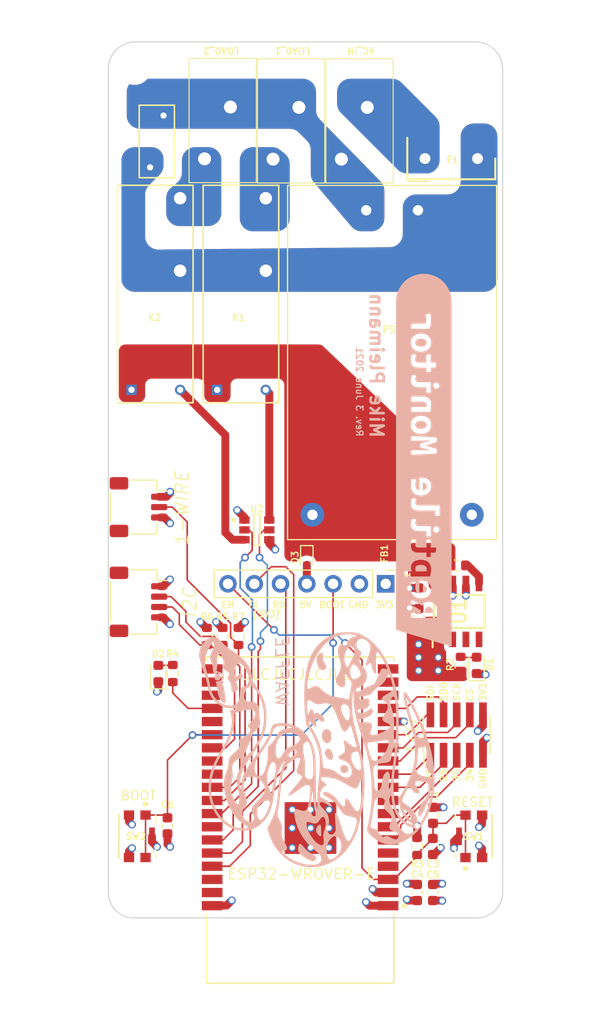
<source format=kicad_pcb>
(kicad_pcb (version 20210424) (generator pcbnew)
  (title_block (rev "1"))
  (layers (0 "F.Cu" signal "Front") (1 "In1.Cu" power "GND.Cu") (2 "In2.Cu" power "PWR.Cu") (31 "B.Cu" signal "Back") (34 "B.Paste" user) (35 "F.Paste" user) (36 "B.SilkS" user "B.Silkscreen") (37 "F.SilkS" user "F.Silkscreen") (38 "B.Mask" user) (39 "F.Mask" user) (44 "Edge.Cuts" user))
  (net 0 "")
  (net 1 "GND")
  (net 2 "/EN")
  (net 3 "Net-(D2-Pad2)")
  (net 4 "+3V3")
  (net 5 "+5V")
  (net 6 "Net-(D1-Pad2)")
  (net 7 "/AC_N")
  (net 8 "/AC_L")
  (net 9 "Net-(C1-Pad1)")
  (net 10 "/FUSED_AC_L")
  (net 11 "RXD0")
  (net 12 "TXD0")
  (net 13 "/RLY1")
  (net 14 "/RLY2")
  (net 15 "Net-(D3-Pad2)")
  (net 16 "/LOAD1")
  (net 17 "/LOAD2")
  (net 18 "1-WIRE")
  (net 19 "SDA")
  (net 20 "/PWR_EN")
  (net 21 "SCK")
  (net 22 "SDO")
  (net 23 "SDI")
  (net 24 "CS0")
  (net 25 "SCL")
  (net 26 "IO25")
  (net 27 "IO26")
  (net 28 "BOOT")
  (net 29 "L1")
  (net 30 "L2")
  (net 31 "IO35")
  (net 32 "/LED")
  (net 33 "IO34")
  (footprint "LED_SMD:LED_0603_1608Metric" (layer "F.Cu") (at 137.17875 110.998 90)
    (fp_text reference "D1")
    (fp_text value "RED")
  )
  (footprint "Resistor_SMD:R_0603_1608Metric" (layer "F.Cu") (at 112.649 108.204 -90)
    (fp_text reference "R5")
    (fp_text value "10k")
  )
  (footprint "MountingHole:MountingHole_2.2mm_M2_ISO7380" (layer "F.Cu") (at 137.16 53.34)
    (fp_text reference "REF1" hide)
    (fp_text value "MountingHole_2.2mm_M2_ISO7380")
  )
  (footprint "LED_SMD:LED_0603_1608Metric" (layer "F.Cu") (at 106.426 111.7855 90)
    (fp_text reference "D2")
    (fp_text value "BLUE")
  )
  (footprint "Capacitor_SMD:C_0603_1608Metric" (layer "F.Cu") (at 132.969 125.476 90)
    (fp_text reference "C7")
    (fp_text value "100n")
  )
  (footprint "Resistor_SMD:R_0603_1608Metric" (layer "F.Cu") (at 111.125 108.204 -90)
    (fp_text reference "R6")
    (fp_text value "10k")
  )
  (footprint "reptile-monitor:Espressif_Systems-ESP32-WROVER-0-0-MFG" (layer "F.Cu") (at 120.130988 125.944 180)
    (fp_text reference "MD1" hide)
    (fp_text value "ESP32-WROVER-E")
  )
  (footprint "Inductor_SMD:L_0603_1608Metric_Pad1.05x0.95mm_HandSolder" (layer "F.Cu") (at 130.429 100.203)
    (fp_text reference "FB1")
    (fp_text value "360 m")
  )
  (footprint "Connector_JST:JST_SH_SM03B-SRSS-TB_1x03-1MP_P1.00mm_Horizontal" (layer "F.Cu") (at 104.506 95.718 -90)
    (fp_text reference "J1" hide)
    (fp_text value "1-WIRE")
  )
  (footprint "Resistor_SMD:R_0603_1608Metric" (layer "F.Cu") (at 135.636 110.998 90)
    (fp_text reference "R2")
    (fp_text value "10k")
  )
  (footprint "Capacitor_SMD:C_0603_1608Metric" (layer "F.Cu") (at 132.954 128.484 -90)
    (fp_text reference "C3")
    (fp_text value "100n")
  )
  (footprint "Diode_SMD:D_SOD-523" (layer "F.Cu") (at 120.777 100.584 -90)
    (fp_text reference "D3")
    (fp_text value "Schottky")
  )
  (footprint "Capacitor_SMD:C_0603_1608Metric" (layer "F.Cu") (at 131.571989 102.742995 -90)
    (fp_text reference "C1")
    (fp_text value "1u")
  )
  (footprint "Capacitor_SMD:C_0603_1608Metric" (layer "F.Cu") (at 132.954 132.929 -90)
    (fp_text reference "C5")
    (fp_text value "100n")
  )
  (footprint "Converter_ACDC:Converter_ACDC_HiLink_HLK-PMxx" (layer "F.Cu") (at 131.516995 67.058494 -90)
    (fp_text reference "PS1")
    (fp_text value "HLK-PM01")
  )
  (footprint "Resistor_SMD:R_0603_1608Metric" (layer "F.Cu") (at 107.823 111.7855 -90)
    (fp_text reference "R4")
    (fp_text value "10k")
  )
  (footprint "Connector_PinHeader_1.27mm:PinHeader_2x05_P1.27mm_Vertical_SMD" (layer "F.Cu") (at 135.255 117.729 90)
    (fp_text reference "J6" hide)
    (fp_text value "I/O")
  )
  (footprint "SamacSys_Parts:128340212" (layer "F.Cu") (at 120.012014 57.12 180)
    (fp_text reference "J4" hide)
    (fp_text value "LOAD_1")
  )
  (footprint "MountingHole:MountingHole_2.2mm_M2_ISO7380" (layer "F.Cu") (at 104.14 132.842)
    (fp_text reference "REF1" hide)
    (fp_text value "MountingHole_2.2mm_M2_ISO7380")
  )
  (footprint "MountingHole:MountingHole_2.2mm_M2_ISO7380" (layer "F.Cu") (at 104.14 53.34)
    (fp_text reference "REF1" hide)
    (fp_text value "MountingHole_2.2mm_M2_ISO7380")
  )
  (footprint "reptile-monitor:CK-KMR221GLFS-MFG" (layer "F.Cu") (at 104.394 127.502006 -90)
    (fp_text reference "SW2")
    (fp_text value "BOOT")
  )
  (footprint "MountingHole:MountingHole_2.2mm_M2_ISO7380" (layer "F.Cu") (at 137.16 132.842)
    (fp_text reference "REF1" hide)
    (fp_text value "MountingHole_2.2mm_M2_ISO7380")
  )
  (footprint "Resistor_SMD:R_0603_1608Metric" (layer "F.Cu") (at 131.43 128.484 90)
    (fp_text reference "R3")
    (fp_text value "10k")
  )
  (footprint "reptile-monitor:CK-KMR221GLFS-MFG" (layer "F.Cu") (at 136.906 127.508 90)
    (fp_text reference "SW1")
    (fp_text value "RESET")
  )
  (footprint "Resistor_SMD:R_0603_1608Metric" (layer "F.Cu") (at 135.255 101.346 180)
    (fp_text reference "R1")
    (fp_text value "10k")
  )
  (footprint "reptile-monitor:Panasonic-ALDP105W-Manufacturer_Recommended" (layer "F.Cu") (at 112.112 84.393999 90)
    (fp_text reference "K1")
    (fp_text value "ALDP105W" hide)
  )
  (footprint "Capacitor_SMD:C_0603_1608Metric" (layer "F.Cu") (at 131.572 106.299 -90)
    (fp_text reference "C2")
    (fp_text value "1u")
  )
  (footprint "SamacSys_Parts:TO508P400X850X850-2P" (layer "F.Cu") (at 137.272 62.063 180)
    (fp_text reference "F1")
    (fp_text value "39208000440" hide)
  )
  (footprint "reptile-monitor:ON_Semi-318F-0-0-0" (layer "F.Cu") (at 115.951 97.917)
    (fp_text reference "U2")
    (fp_text value "NUD3105DMT1G" hide)
  )
  (footprint "Resistor_SMD:R_0603_1608Metric" (layer "F.Cu") (at 114.173 108.204 -90)
    (fp_text reference "R7")
    (fp_text value "10k")
  )
  (footprint "SamacSys_Parts:SOIC127P600X170-8N" (layer "F.Cu") (at 135.509 105.791 90)
    (fp_text reference "U1")
    (fp_text value "AP2112M-3.3" hide)
  )
  (footprint "Varistor:RV_Disc_D7mm_W3.4mm_P5mm" (layer "F.Cu") (at 106.934 57.912 -90)
    (fp_text reference "RV1" hide)
    (fp_text value "Varistor")
  )
  (footprint "SamacSys_Parts:128340212" (layer "F.Cu") (at 126.616014 57.12 180)
    (fp_text reference "J3" hide)
    (fp_text value "AC_IN")
  )
  (footprint "reptile-monitor:Panasonic-ALDP105W-Manufacturer_Recommended" (layer "F.Cu") (at 103.837 84.393999 90)
    (fp_text reference "K2")
    (fp_text value "ALDP105W" hide)
  )
  (footprint "Connector_PinHeader_2.54mm:PinHeader_1x07_P2.54mm_Vertical" (layer "F.Cu") (at 128.397 103.124 -90)
    (fp_text reference "J2" hide)
    (fp_text value "UART")
  )
  (footprint "Capacitor_SMD:C_0603_1608Metric" (layer "F.Cu") (at 107.315 126.492 -90)
    (fp_text reference "C6")
    (fp_text value "100n")
  )
  (footprint "Connector_JST:JST_SH_SM04B-SRSS-TB_1x04-1MP_P1.00mm_Horizontal" (layer "F.Cu") (at 104.506 104.862 -90)
    (fp_text reference "J8" hide)
    (fp_text value "I2C")
  )
  (footprint "Capacitor_SMD:C_0603_1608Metric" (layer "F.Cu") (at 131.43 132.929 -90)
    (fp_text reference "C4")
    (fp_text value "22u")
  )
  (footprint "SamacSys_Parts:128340212" (layer "F.Cu") (at 113.396 57.090003 180)
    (fp_text reference "J5" hide)
    (fp_text value "LOAD_2")
  )
  (footprint "LOGO" (layer "B.Cu") (at 121.666 118.999 90)
    (fp_text reference "WAFFLE")
    (fp_text value "LOGO" hide)
  )
  (footprint "svg2mod" (layer "B.Cu") (at 132.08 91.186 90)
    (fp_text reference "svg2mod" hide)
    (fp_text value "G***" hide)
  )
  (gr_arc locked (start 137.217422 132.899422) (end 139.7 132.842) (angle 92.6500289) (layer "Edge.Cuts") (width 0.1))
  (gr_arc locked (start 104.212466 53.411506) (end 104.14 50.8) (angle -88.75021809) (layer "Edge.Cuts") (width 0.1016))
  (gr_line locked (start 139.7 132.842) (end 139.7 53.426995) (layer "Edge.Cuts") (width 0.1))
  (gr_line locked (start 137.144989 50.8) (end 104.14 50.8) (layer "Edge.Cuts") (width 0.1016))
  (gr_arc locked (start 137.055775 53.442766) (end 137.144989 50.8) (angle 87.7248278) (layer "Edge.Cuts") (width 0.1016))
  (gr_line locked (start 104.136 135.382) (end 137.16 135.382) (layer "Edge.Cuts") (width 0.1))
  (gr_line locked (start 101.6 132.842) (end 101.6 53.426995) (layer "Edge.Cuts") (width 0.1016))
  (gr_arc locked (start 104.05789 132.923983) (end 104.136 135.382) (angle 93.73050694) (layer "Edge.Cuts") (width 0.1))
  (gr_text "Mike Pleimann" (at 127.508 82.042 270) (layer "B.SilkS") (effects (font (size 1.27 1.27) (thickness 0.254)) (justify mirror)))
  (gr_text "Rev. 3 June 2021" (at 125.857 84.582 270) (layer "B.SilkS") (effects (font (size 0.635 0.635) (thickness 0.127)) (justify mirror)))
  (gr_text "[3V3]" (at 116.84 106.045) (layer "F.SilkS") (effects (font (size 0.635 0.635) (thickness 0.127) italic)))
  (gr_text "GND\n" (at 125.73 105.156) (layer "F.SilkS") (effects (font (size 0.635 0.635) (thickness 0.127))))
  (gr_text "35" (at 135.255 120.904 90) (layer "F.SilkS") (effects (font (size 0.635 0.635) (thickness 0.127)) (justify right)))
  (gr_text "SDI" (at 132.715 114.554 90) (layer "F.SilkS") (effects (font (size 0.635 0.635) (thickness 0.127)) (justify left)))
  (gr_text "BOOT" (at 123.19 105.156) (layer "F.SilkS") (effects (font (size 0.635 0.635) (thickness 0.127))))
  (gr_text "34" (at 136.525 120.904 90) (layer "F.SilkS") (effects (font (size 0.635 0.635) (thickness 0.127)) (justify right)))
  (gr_text "5V" (at 120.65 105.156) (layer "F.SilkS") (effects (font (size 0.635 0.635) (thickness 0.127))))
  (gr_text "RX" (at 118.11 105.156) (layer "F.SilkS") (effects (font (size 0.635 0.635) (thickness 0.127))))
  (gr_text "JLCJLCJLCJLC" (at 119.888 111.887) (layer "F.SilkS") (effects (font (size 1.016 1.016) (thickness 0.127))))
  (gr_text "SDO" (at 133.985 114.554 90) (layer "F.SilkS") (effects (font (size 0.635 0.635) (thickness 0.127)) (justify left)))
  (gr_text "CS" (at 136.525 114.554 90) (layer "F.SilkS") (effects (font (size 0.635 0.635) (thickness 0.127)) (justify left)))
  (gr_text "EN" (at 113.157 105.156) (layer "F.SilkS") (effects (font (size 0.635 0.635) (thickness 0.127))))
  (gr_text "3V3" (at 128.27 105.156) (layer "F.SilkS") (effects (font (size 0.635 0.635) (thickness 0.127))))
  (gr_text "25" (at 133.985 120.904 90) (layer "F.SilkS") (effects (font (size 0.635 0.635) (thickness 0.127)) (justify right)))
  (gr_text "TX" (at 115.57 105.156) (layer "F.SilkS") (effects (font (size 0.635 0.635) (thickness 0.127))))
  (gr_text "SCK" (at 135.255 114.554 90) (layer "F.SilkS") (effects (font (size 0.635 0.635) (thickness 0.127)) (justify left)))
  (gr_text "3V3" (at 137.795 114.554 90) (layer "F.SilkS") (effects (font (size 0.635 0.635) (thickness 0.127)) (justify left)))
  (gr_text "26" (at 132.715 120.904 90) (layer "F.SilkS") (effects (font (size 0.635 0.635) (thickness 0.127)) (justify right)))
  (gr_text "GND" (at 137.795 120.904 90) (layer "F.SilkS") (effects (font (size 0.635 0.635) (thickness 0.127)) (justify right)))
  (segment (start 130.698 105.45) (end 130.772 105.524) (width 0.762) (layer "F.Cu") (net 1))
  (segment (start 130.529 133.704) (end 131.43 133.704) (width 0.762) (layer "F.Cu") (net 1))
  (segment (start 130.772 105.524) (end 131.572 105.524) (width 0.762) (layer "F.Cu") (net 1))
  (segment (start 117.151 98.867) (end 117.151 99.244) (width 0.762) (layer "F.Cu") (net 1))
  (segment (start 113.029 134.185) (end 111.513 134.185) (width 0.762) (layer "F.Cu") (net 1))
  (segment (start 113.523 133.691) (end 113.029 134.185) (width 0.762) (layer "F.Cu") (net 1))
  (segment (start 130.725005 103.517995) (end 131.571989 103.517995) (width 0.762) (layer "F.Cu") (net 1))
  (segment (start 137.414 126.619) (end 137.706 126.327) (width 0.762) (layer "F.Cu") (net 1))
  (segment (start 106.426 113.411) (end 106.299 113.538) (width 0.762) (layer "F.Cu") (net 1))
  (segment (start 114.751 96.717) (end 114.046 96.012) (width 0.762) (layer "F.Cu") (net 1))
  (segment (start 130.16 116.419) (end 130.033 116.419) (width 0.762) (layer "F.Cu") (net 1))
  (segment (start 114.751 96.967) (end 114.751 96.717) (width 0.762) (layer "F.Cu") (net 1))
  (segment (start 130.429 133.604) (end 130.529 133.704) (width 0.762) (layer "F.Cu") (net 1))
  (segment (start 107.569 94.234) (end 107.569 94.361) (width 0.762) (layer "F.Cu") (net 1))
  (segment (start 107.212 94.718) (end 106.506 94.718) (width 0.762) (layer "F.Cu") (net 1))
  (segment (start 107.315 128.27) (end 107.569 128.524) (width 0.762) (layer "F.Cu") (net 1))
  (segment (start 130.698 103.545) (end 130.725005 103.517995) (width 0.762) (layer "F.Cu") (net 1))
  (segment (start 103.594 129.552005) (end 103.594 128.943) (width 0.762) (layer "F.Cu") (net 1))
  (segment (start 103.594 125.452007) (end 103.594 126.073) (width 0.762) (layer "F.Cu") (net 1))
  (segment (start 133.858 133.731) (end 133.831 133.704) (width 0.762) (layer "F.Cu") (net 1))
  (segment (start 135.001 128.651) (end 135.001 127.988) (width 0.762) (layer "F.Cu") (net 1))
  (segment (start 133.985 124.714) (end 133.972 124.701) (width 0.762) (layer "F.Cu") (net 1))
  (segment (start 105.819 128.044) (end 106.299 128.524) (width 0.762) (layer "F.Cu") (net 1))
  (segment (start 133.068 129.259) (end 133.716 128.611) (width 0.762) (layer "F.Cu") (net 1))
  (segment (start 137.795 118.364) (end 138.176 117.983) (width 0.762) (layer "F.Cu") (net 1))
  (segment (start 134.874 104.267) (end 134.874 103.357) (width 0.762) (layer "F.Cu") (net 1))
  (segment (start 106.426 112.573) (end 106.426 113.411) (width 0.762) (layer "F.Cu") (net 1))
  (segment (start 130.028 116.424) (end 128.630988 116.424) (width 0.762) (layer "F.Cu") (net 1))
  (segment (start 138.0105 111.8485) (end 137.17875 111.8485) (width 0.762) (layer "F.Cu") (net 1))
  (segment (start 132.954 129.259) (end 133.068 129.259) (width 0.762) (layer "F.Cu") (net 1))
  (segment (start 126.492 133.858) (end 126.838 134.204) (width 0.762) (layer "F.Cu") (net 1))
  (segment (start 133.972 124.701) (end 132.969 124.701) (width 0.762) (layer "F.Cu") (net 1))
  (segment (start 136.144 104.267) (end 136.144 103.357) (width 0.762) (layer "F.Cu") (net 1))
  (segment (start 126.838 134.204) (end 128.630988 134.204) (width 0.762) (layer "F.Cu") (net 1))
  (segment (start 137.706 126.327) (end 137.706 125.458001) (width 0.762) (layer "F.Cu") (net 1))
  (segment (start 137.706 128.689) (end 137.706 129.557999) (width 0.762) (layer "F.Cu") (net 1))
  (segment (start 106.895 106.362) (end 106.633 106.362) (width 0.762) (layer "F.Cu") (net 1))
  (segment (start 135.001 127.988) (end 135.481 127.508) (width 0.762) (layer "F.Cu") (net 1))
  (segment (start 137.795 119.552) (end 137.795 118.364) (width 0.762) (layer "F.Cu") (net 1))
  (segment (start 107.554 107.021) (end 106.895 106.362) (width 0.762) (layer "F.Cu") (net 1))
  (segment (start 103.594 128.943) (end 103.886 128.651) (width 0.762) (layer "F.Cu") (net 1))
  (segment (start 103.594 126.073) (end 103.886 126.365) (width 0.762) (layer "F.Cu") (net 1))
  (segment (start 138.049 111.887) (end 138.0105 111.8485) (width 0.762) (layer "F.Cu") (net 1))
  (segment (start 133.831 133.704) (end 132.954 133.704) (width 0.762) (layer "F.Cu") (net 1))
  (segment (start 130.033 116.419) (end 130.028 116.424) (width 0.762) (layer "F.Cu") (net 1))
  (segment (start 137.414 128.397) (end 137.706 128.689) (width 0.762) (layer "F.Cu") (net 1))
  (segment (start 107.315 127.267) (end 107.315 128.27) (width 0.762) (layer "F.Cu") (net 1))
  (segment (start 105.819 127.502006) (end 105.819 128.044) (width 0.762) (layer "F.Cu") (net 1))
  (segment (start 107.569 94.361) (end 107.212 94.718) (width 0.762) (layer "F.Cu") (net 1))
  (segment (start 117.151 99.244) (end 117.729 99.822) (width 0.762) (layer "F.Cu") (net 1))
  (via (at 106.299 113.538) (size 0.762) (drill 0.508) (layers "F.Cu" "B.Cu") (net 1))
  (via (at 137.414 126.619) (size 0.762) (drill 0.508) (layers "F.Cu" "B.Cu") (net 1))
  (via (at 130.429 133.604) (size 0.762) (drill 0.508) (layers "F.Cu" "B.Cu") (net 1))
  (via (at 122.921 126.706) (size 0.762) (drill 0.508) (layers "F.Cu" "B.Cu") (net 1))
  (via (at 114.046 96.012) (size 0.762) (drill 0.508) (layers "F.Cu" "B.Cu") (net 1))
  (via (at 133.985 124.714) (size 0.762) (drill 0.508) (layers "F.Cu" "B.Cu") (net 1))
  (via (at 107.554 107.021) (size 0.762) (drill 0.508) (layers "F.Cu" "B.Cu") (net 1))
  (via (at 113.523 133.691) (size 0.762) (drill 0.508) (layers "F.Cu" "B.Cu") (net 1))
  (via (at 103.886 126.365) (size 0.762) (drill 0.508) (layers "F.Cu" "B.Cu") (net 1))
  (via (at 133.716 128.611) (size 0.762) (drill 0.508) (layers "F.Cu" "B.Cu") (net 1))
  (via (at 122.921 124.928) (size 0.762) (drill 0.508) (layers "F.Cu" "B.Cu") (net 1))
  (via (at 103.886 128.651) (size 0.762) (drill 0.508) (layers "F.Cu" "B.Cu") (net 1))
  (via (at 121.143 124.928) (size 0.762) (drill 0.508) (layers "F.Cu" "B.Cu") (net 1))
  (via (at 134.874 104.267) (size 0.762) (drill 0.508) (layers "F.Cu" "B.Cu") (net 1))
  (via (at 135.001 128.651) (size 0.762) (drill 0.508) (layers "F.Cu" "B.Cu") (net 1))
  (via (at 130.698 103.545) (size 0.762) (drill 0.508) (layers "F.Cu" "B.Cu") (net 1))
  (via (at 138.176 117.983) (size 0.762) (drill 0.508) (layers "F.Cu" "B.Cu") (net 1))
  (via (at 119.365 128.611) (size 0.762) (drill 0.508) (layers "F.Cu" "B.Cu") (net 1))
  (via (at 106.299 128.524) (size 0.762) (drill 0.508) (layers "F.Cu" "B.Cu") (net 1))
  (via (at 107.569 128.524) (size 0.762) (drill 0.508) (layers "F.Cu" "B.Cu") (net 1))
  (via (at 117.729 99.822) (size 0.762) (drill 0.508) (layers "F.Cu" "B.Cu") (net 1))
  (via (at 122.921 128.611) (size 0.762) (drill 0.508) (layers "F.Cu" "B.Cu") (net 1))
  (via (at 133.858 133.731) (size 0.762) (drill 0.508) (layers "F.Cu" "B.Cu") (net 1))
  (via (at 130.16 116.419) (size 0.762) (drill 0.508) (layers "F.Cu" "B.Cu") (net 1))
  (via (at 119.365 126.706) (size 0.762) (drill 0.508) (layers "F.Cu" "B.Cu") (net 1))
  (via (at 130.698 105.45) (size 0.762) (drill 0.508) (layers "F.Cu" "B.Cu") (net 1))
  (via (at 121.143 126.706) (size 0.762) (drill 0.508) (layers "F.Cu" "B.Cu") (net 1))
  (via (at 137.414 128.397) (size 0.762) (drill 0.508) (layers "F.Cu" "B.Cu") (net 1))
  (via (at 138.049 111.887) (size 0.762) (drill 0.508) (layers "F.Cu" "B.Cu") (net 1))
  (via (at 136.144 104.267) (size 0.762) (drill 0.508) (layers "F.Cu" "B.Cu") (net 1))
  (via (at 121.143 128.611) (size 0.762) (drill 0.508) (layers "F.Cu" "B.Cu") (net 1))
  (via (at 107.569 94.234) (size 0.762) (drill 0.508) (layers "F.Cu" "B.Cu") (net 1))
  (via (at 126.492 133.858) (size 0.762) (drill 0.508) (layers "F.Cu" "B.Cu") (net 1))
  (via (at 119.365 124.928) (size 0.762) (drill 0.508) (layers "F.Cu" "B.Cu") (net 1))
  (segment (start 126.111 130.556) (end 127.219 131.664) (width 0.1524) (layer "F.Cu") (net 2))
  (segment (start 131.43 129.233) (end 132.954 127.709) (width 0.1524) (layer "F.Cu") (net 2))
  (segment (start 132.969 126.251) (end 132.969 127.694) (width 0.1524) (layer "F.Cu") (net 2))
  (segment (start 127.219 131.664) (end 128.630988 131.664) (width 0.1524) (layer "F.Cu") (net 2))
  (segment (start 134.226 126.251) (end 132.969 126.251) (width 0.1524) (layer "F.Cu") (net 2))
  (segment (start 136.106 129.557999) (end 136.106 125.458001) (width 0.1524) (layer "F.Cu") (net 2))
  (segment (start 129.194 131.664) (end 131.43 129.428) (width 0.1524) (layer "F.Cu") (net 2))
  (segment (start 126.111 110.49) (end 126.111 130.556) (width 0.1524) (layer "F.Cu") (net 2))
  (segment (start 117.602 107.569) (end 113.157 103.124) (width 0.1524) (layer "F.Cu") (net 2))
  (segment (start 136.106 125.458001) (end 135.018999 125.458001) (width 0.1524) (layer "F.Cu") (net 2))
  (segment (start 124.46 108.839) (end 126.111 110.49) (width 0.1524) (layer "F.Cu") (net 2))
  (segment (start 135.018999 125.458001) (end 134.226 126.251) (width 0.1524) (layer "F.Cu") (net 2))
  (via (at 124.46 108.839) (size 0.762) (drill 0.4572) (layers "F.Cu" "B.Cu") (net 2))
  (via (at 117.602 107.569) (size 0.762) (drill 0.4572) (layers "F.Cu" "B.Cu") (net 2))
  (segment (start 123.698 108.077) (end 124.46 108.839) (width 0.1524) (layer "B.Cu") (net 2))
  (segment (start 118.11 108.077) (end 123.698 108.077) (width 0.1524) (layer "B.Cu") (net 2))
  (segment (start 117.602 107.569) (end 118.11 108.077) (width 0.1524) (layer "B.Cu") (net 2))
  (segment (start 106.426 110.998) (end 107.7855 110.998) (width 0.1524) (layer "F.Cu") (net 3))
  (segment (start 131.48 127.709) (end 131.43 127.659) (width 0.762) (layer "F.Cu") (net 4))
  (segment (start 112.586 107.379) (end 112.014 106.807) (width 0.762) (layer "F.Cu") (net 4))
  (segment (start 131.356 132.08) (end 131.43 132.154) (width 0.762) (layer "F.Cu") (net 4))
  (segment (start 111.062 107.379) (end 110.49 106.807) (width 0.762) (layer "F.Cu") (net 4))
  (segment (start 131.43 126.634) (end 131.445 126.619) (width 0.762) (layer "F.Cu") (net 4))
  (segment (start 131.445 126.619) (end 131.445 126.492) (width 0.762) (layer "F.Cu") (net 4))
  (segment (start 133.028 132.08) (end 132.954 132.154) (width 0.762) (layer "F.Cu") (net 4))
  (segment (start 137.795 116.84) (end 137.795 115.779) (width 0.762) (layer "F.Cu") (net 4))
  (segment (start 131.429989 127.659003) (end 131.429989 126.634011) (width 0.762) (layer "F.Cu") (net 4))
  (segment (start 131.43 132.154) (end 131.29 132.154) (width 0.762) (layer "F.Cu") (net 4))
  (segment (start 114.808 106.807) (end 114.745 106.807) (width 0.762) (layer "F.Cu") (net 4))
  (segment (start 114.745 106.807) (end 114.173 107.379) (width 0.762) (layer "F.Cu") (net 4))
  (segment (start 127.473 132.934) (end 128.630988 132.934) (width 0.762) (layer "F.Cu") (net 4))
  (segment (start 137.287 117.348) (end 137.795 116.84) (width 0.762) (layer "F.Cu") (net 4))
  (segment (start 106.895 103.362) (end 106.633 103.362) (width 0.762) (layer "F.Cu") (net 4))
  (segment (start 107.554 102.703) (end 106.895 103.362) (width 0.762) (layer "F.Cu") (net 4))
  (segment (start 107.569 97.282) (end 107.005 96.718) (width 0.762) (layer "F.Cu") (net 4))
  (segment (start 130.429 132.08) (end 131.356 132.08) (width 0.762) (layer "F.Cu") (net 4))
  (segment (start 127.127 132.588) (end 127.473 132.934) (width 0.762) (layer "F.Cu") (net 4))
  (segment (start 107.005 96.718) (end 106.633 96.718) (width 0.762) (layer "F.Cu") (net 4))
  (segment (start 133.858 132.08) (end 133.028 132.08) (width 0.762) (layer "F.Cu") (net 4))
  (via (at 112.014 106.807) (size 0.762) (drill 0.508) (layers "F.Cu" "B.Cu") (net 4))
  (via (at 107.554 102.703) (size 0.762) (drill 0.508) (layers "F.Cu" "B.Cu") (net 4))
  (via (at 133.477 110.236) (size 0.762) (drill 0.508) (layers "F.Cu" "B.Cu") (net 4))
  (via (at 133.858 132.08) (size 0.762) (drill 0.508) (layers "F.Cu" "B.Cu") (net 4))
  (via (at 107.569 97.282) (size 0.762) (drill 0.508) (layers "F.Cu" "B.Cu") (net 4))
  (via (at 114.808 106.807) (size 0.762) (drill 0.508) (layers "F.Cu" "B.Cu") (net 4))
  (via (at 131.572 111.506) (size 0.762) (drill 0.508) (layers "F.Cu" "B.Cu") (net 4))
  (via (at 131.445 126.492) (size 0.762) (drill 0.508) (layers "F.Cu" "B.Cu") (net 4))
  (via (at 130.429 132.08) (size 0.762) (drill 0.508) (layers "F.Cu" "B.Cu") (net 4))
  (via (at 131.572 110.236) (size 0.762) (drill 0.508) (layers "F.Cu" "B.Cu") (net 4))
  (via (at 127.127 132.588) (size 0.762) (drill 0.508) (layers "F.Cu" "B.Cu") (net 4))
  (via (at 110.49 106.807) (size 0.762) (drill 0.508) (layers "F.Cu" "B.Cu") (net 4))
  (via (at 133.477 111.506) (size 0.762) (drill 0.508) (layers "F.Cu" "B.Cu") (net 4))
  (via (at 137.287 117.348) (size 0.762) (drill 0.508) (layers "F.Cu" "B.Cu") (net 4))
  (via (at 131.572 108.966) (size 0.762) (drill 0.508) (layers "F.Cu" "B.Cu") (net 4))
  (segment (start 135.636 110.236) (end 137.14125 110.236) (width 0.1524) (layer "F.Cu") (net 6))
  (segment (start 114.554 125.095) (end 114.554 128.016) (width 0.1524) (layer "F.Cu") (net 11))
  (segment (start 113.446 129.124) (end 111.630988 129.124) (width 0.1524) (layer "F.Cu") (net 11))
  (segment (start 114.554 128.016) (end 113.446 129.124) (width 0.1524) (layer "F.Cu") (net 11))
  (segment (start 118.745 120.904) (end 114.554 125.095) (width 0.1524) (layer "F.Cu") (net 11))
  (segment (start 118.745 103.632) (end 118.745 120.904) (width 0.1524) (layer "F.Cu") (net 11))
  (segment (start 118.237 103.124) (end 118.745 103.632) (width 0.1524) (layer "F.Cu") (net 11))
  (segment (start 117.348 101.473) (end 115.697 103.124) (width 0.1524) (layer "F.Cu") (net 12))
  (segment (start 111.630988 130.394) (end 113.319 130.394) (width 0.1524) (layer "F.Cu") (net 12))
  (segment (start 119.507 102.235) (end 118.745 101.473) (width 0.1524) (layer "F.Cu") (net 12))
  (segment (start 118.745 101.473) (end 117.348 101.473) (width 0.1524) (layer "F.Cu") (net 12))
  (segment (start 113.319 130.394) (end 115.316 128.397) (width 0.1524) (layer "F.Cu") (net 12))
  (segment (start 115.316 128.397) (end 115.316 125.349) (width 0.1524) (layer "F.Cu") (net 12))
  (segment (start 115.316 125.349) (end 119.507 121.158) (width 0.1524) (layer "F.Cu") (net 12))
  (segment (start 119.507 121.158) (end 119.507 102.235) (width 0.1524) (layer "F.Cu") (net 12))
  (segment (start 117.151 96.967) (end 117.151 84.732998) (width 0.762) (layer "F.Cu") (net 13))
  (segment (start 117.151 84.732998) (end 116.812001 84.393999) (width 0.762) (layer "F.Cu") (net 13))
  (segment (start 112.903 88.759998) (end 108.537001 84.393999) (width 0.762) (layer "F.Cu") (net 14))
  (segment (start 112.903 98.171) (end 112.903 88.759998) (width 0.762) (layer "F.Cu") (net 14))
  (segment (start 114.751 98.867) (end 113.599 98.867) (width 0.762) (layer "F.Cu") (net 14))
  (segment (start 113.599 98.867) (end 112.903 98.171) (width 0.762) (layer "F.Cu") (net 14))
  (segment (start 120.777 101.284) (end 120.777 103.124) (width 0.762) (layer "F.Cu") (net 15))
  (segment (start 114.808 110.744) (end 114.808 122.047) (width 0.1524) (layer "F.Cu") (net 18))
  (segment (start 106.506 95.718) (end 107.783 95.718) (width 0.1524) (layer "F.Cu") (net 18))
  (segment (start 113.411 108.267) (end 114.173 109.029) (width 0.1524) (layer "F.Cu") (net 18))
  (segment (start 114.173 110.109) (end 114.173 109.029) (width 0.1524) (layer "F.Cu") (net 18))
  (segment (start 109.22 97.155) (end 109.22 102.743) (width 0.1524) (layer "F.Cu") (net 18))
  (segment (start 114.808 110.744) (end 114.173 110.109) (width 0.1524) (layer "F.Cu") (net 18))
  (segment (start 107.783 95.718) (end 109.22 97.155) (width 0.1524) (layer "F.Cu") (net 18))
  (segment (start 112.811 124.044) (end 111.630988 124.044) (width 0.1524) (layer "F.Cu") (net 18))
  (segment (start 113.411 106.934) (end 113.411 108.267) (width 0.1524) (layer "F.Cu") (net 18))
  (segment (start 114.808 122.047) (end 112.811 124.044) (width 0.1524) (layer "F.Cu") (net 18))
  (segment (start 109.22 102.743) (end 113.411 106.934) (width 0.1524) (layer "F.Cu") (net 18))
  (segment (start 112.649 109.474) (end 112.649 109.029) (width 0.1524) (layer "F.Cu") (net 19))
  (segment (start 109.093 105.791) (end 107.664 104.362) (width 0.1524) (layer "F.Cu") (net 19))
  (segment (start 111.630988 122.774) (end 113.319 122.774) (width 0.1524) (layer "F.Cu") (net 19))
  (segment (start 114.3 121.793) (end 114.3 111.125) (width 0.1524) (layer "F.Cu") (net 19))
  (segment (start 109.093 106.807) (end 109.093 105.791) (width 0.1524) (layer "F.Cu") (net 19))
  (segment (start 112.649 109.029) (end 111.824 108.204) (width 0.1524) (layer "F.Cu") (net 19))
  (segment (start 113.319 122.774) (end 114.3 121.793) (width 0.1524) (layer "F.Cu") (net 19))
  (segment (start 114.3 111.125) (end 112.649 109.474) (width 0.1524) (layer "F.Cu") (net 19))
  (segment (start 107.664 104.362) (end 106.506 104.362) (width 0.1524) (layer "F.Cu") (net 19))
  (segment (start 111.824 108.204) (end 110.49 108.204) (width 0.1524) (layer "F.Cu") (net 19))
  (segment (start 110.49 108.204) (end 109.093 106.807) (width 0.1524) (layer "F.Cu") (net 19))
  (segment (start 137.414 102.426) (end 136.334 101.346) (width 0.762) (layer "F.Cu") (net 20))
  (segment (start 137.414 103.091) (end 137.414 102.426) (width 0.762) (layer "F.Cu") (net 20))
  (segment (start 135.255 116.609) (end 134.389 117.475) (width 0.1524) (layer "F.Cu") (net 21))
  (segment (start 134.389 117.475) (end 131.572 117.475) (width 0.1524) (layer "F.Cu") (net 21))
  (segment (start 130.083 118.964) (end 128.630988 118.964) (width 0.1524) (layer "F.Cu") (net 21))
  (segment (start 131.572 117.475) (end 130.083 118.964) (width 0.1524) (layer "F.Cu") (net 21))
  (segment (start 133.477 114.046) (end 131.445 114.046) (width 0.1524) (layer "F.Cu") (net 22))
  (segment (start 130.337 115.154) (end 128.630988 115.154) (width 0.1524) (layer "F.Cu") (net 22))
  (segment (start 131.445 114.046) (end 130.337 115.154) (width 0.1524) (layer "F.Cu") (net 22))
  (segment (start 133.985 115.779) (end 133.985 114.554) (width 0.1524) (layer "F.Cu") (net 22))
  (segment (start 133.985 114.554) (end 133.477 114.046) (width 0.1524) (layer "F.Cu") (net 22))
  (segment (start 132.379 115.779) (end 130.464 117.694) (width 0.1524) (layer "F.Cu") (net 23))
  (segment (start 130.464 117.694) (end 128.630988 117.694) (width 0.1524) (layer "F.Cu") (net 23))
  (segment (start 132.715 115.779) (end 132.379 115.779) (width 0.1524) (layer "F.Cu") (net 23))
  (segment (start 132.034388 117.983) (end 129.783388 120.234) (width 0.1524) (layer "F.Cu") (net 24))
  (segment (start 136.525 116.609) (end 135.151 117.983) (width 0.1524) (layer "F.Cu") (net 24))
  (segment (start 129.783388 120.234) (end 128.630988 120.234) (width 0.1524) (layer "F.Cu") (net 24))
  (segment (start 135.151 117.983) (end 132.034388 117.983) (width 0.1524) (layer "F.Cu") (net 24))
  (segment (start 111.630988 118.964) (end 112.938 118.964) (width 0.1524) (layer "F.Cu") (net 25))
  (segment (start 108.458 107.061) (end 108.458 106.045) (width 0.1524) (layer "F.Cu") (net 25))
  (segment (start 113.792 111.379) (end 111.442 109.029) (width 0.1524) (layer "F.Cu") (net 25))
  (segment (start 112.938 118.964) (end 113.792 118.11) (width 0.1524) (layer "F.Cu") (net 25))
  (segment (start 111.125 109.029) (end 110.426 109.029) (width 0.1524) (layer "F.Cu") (net 25))
  (segment (start 110.426 109.029) (end 108.458 107.061) (width 0.1524) (layer "F.Cu") (net 25))
  (segment (start 108.458 106.045) (end 107.775 105.362) (width 0.1524) (layer "F.Cu") (net 25))
  (segment (start 113.792 118.11) (end 113.792 111.379) (width 0.1524) (layer "F.Cu") (net 25))
  (segment (start 107.775 105.362) (end 106.506 105.362) (width 0.1524) (layer "F.Cu") (net 25))
  (segment (start 133.985 120.509) (end 131.72 122.774) (width 0.1524) (layer "F.Cu") (net 26))
  (segment (start 131.72 122.774) (end 128.630988 122.774) (width 0.1524) (layer "F.Cu") (net 26))
  (segment (start 132.715 119.679) (end 130.89 121.504) (width 0.1524) (layer "F.Cu") (net 27))
  (segment (start 130.89 121.504) (end 128.630988 121.504) (width 0.1524) (layer "F.Cu") (net 27))
  (segment (start 105.194 125.452007) (end 107.050007 125.452007) (width 0.1524) (layer "F.Cu") (net 28))
  (segment (start 123.317 108.839) (end 123.317 103.124) (width 0.1524) (layer "F.Cu") (net 28))
  (segment (start 107.315 125.717) (end 107.315 120.777) (width 0.1524) (layer "F.Cu") (net 28))
  (segment (start 109.728 117.729) (end 107.315 120.142) (width 0.1524) (layer "F.Cu") (net 28))
  (segment (start 109.728 117.729) (end 109.763 117.694) (width 0.1524) (layer "F.Cu") (net 28))
  (segment (start 109.763 117.694) (end 111.630988 117.694) (width 0.1524) (layer "F.Cu") (net 28))
  (segment (start 107.315 120.777) (end 107.315 120.453) (width 0.1524) (layer "F.Cu") (net 28))
  (segment (start 105.194 125.452007) (end 105.194 129.552005) (width 0.1524) (layer "F.Cu") (net 28))
  (segment (start 107.315 120.142) (end 107.315 120.777) (width 0.1524) (layer "F.Cu") (net 28))
  (via (at 123.317 108.839) (size 0.762) (drill 0.4572) (layers "F.Cu" "B.Cu") (net 28))
  (via (at 109.728 117.729) (size 0.762) (drill 0.4572) (layers "F.Cu" "B.Cu") (net 28))
  (segment (start 120.269 117.729) (end 109.728 117.729) (width 0.1524) (layer "B.Cu") (net 28))
  (segment (start 123.317 114.681) (end 120.269 117.729) (width 0.1524) (layer "B.Cu") (net 28))
  (segment (start 123.317 108.839) (end 123.317 114.681) (width 0.1524) (layer "B.Cu") (net 28))
  (segment (start 115.189 97.917) (end 114.751 97.917) (width 0.1524) (layer "F.Cu") (net 29))
  (segment (start 112.546082 125.314) (end 111.630988 125.314) (width 0.1524) (layer "F.Cu") (net 29))
  (segment (start 114.940459 122.930541) (end 114.929541 122.930541) (width 0.1524) (layer "F.Cu") (net 29))
  (segment (start 115.494289 99.897711) (end 115.494289 98.222289) (width 0.1524) (layer "F.Cu") (net 29))
  (segment (start 115.443 109.22) (end 115.443 122.428) (width 0.1524) (layer "F.Cu") (net 29))
  (segment (start 114.808 100.584) (end 115.494289 99.897711) (width 0.1524) (layer "F.Cu") (net 29))
  (segment (start 114.929541 122.930541) (end 112.546082 125.314) (width 0.1524) (layer "F.Cu") (net 29))
  (segment (start 115.443 122.428) (end 114.940459 122.930541) (width 0.1524) (layer "F.Cu") (net 29))
  (segment (start 115.494289 98.222289) (end 115.189 97.917) (width 0.1524) (layer "F.Cu") (net 29))
  (via (at 115.443 109.22) (size 0.762) (drill 0.4572) (layers "F.Cu" "B.Cu") (net 29))
  (via (at 114.808 100.584) (size 0.762) (drill 0.4572) (layers "F.Cu" "B.Cu") (net 29))
  (segment (start 114.336711 101.055289) (end 114.336711 103.509684) (width 0.1524) (layer "B.Cu") (net 29))
  (segment (start 114.808 100.584) (end 114.336711 101.055289) (width 0.1524) (layer "B.Cu") (net 29))
  (segment (start 115.518711 104.691684) (end 115.518711 109.144289) (width 0.1524) (layer "B.Cu") (net 29))
  (segment (start 115.518711 109.144289) (end 115.443 109.22) (width 0.1524) (layer "B.Cu") (net 29))
  (segment (start 114.336711 103.509684) (end 115.518711 104.691684) (width 0.1524) (layer "B.Cu") (net 29))
  (segment (start 113.665 125.095) (end 113.665 126.873) (width 0.1524) (layer "F.Cu") (net 30))
  (segment (start 116.296008 109.418845) (end 116.078 109.636853) (width 0.1524) (layer "F.Cu") (net 30))
  (segment (start 116.205 100.584) (end 116.205 98.36952) (width 0.1524) (layer "F.Cu") (net 30))
  (segment (start 112.684 127.854) (end 111.630988 127.854) (width 0.1524) (layer "F.Cu") (net 30))
  (segment (start 116.078 109.636853) (end 116.078 122.682) (width 0.1524) (layer "F.Cu") (net 30))
  (segment (start 116.296008 108.66898) (end 116.296008 109.418845) (width 0.1524) (layer "F.Cu") (net 30))
  (segment (start 116.078 122.682) (end 113.665 125.095) (width 0.1524) (layer "F.Cu") (net 30))
  (segment (start 113.665 126.873) (end 112.684 127.854) (width 0.1524) (layer "F.Cu") (net 30))
  (segment (start 116.65752 97.917) (end 117.151 97.917) (width 0.1524) (layer "F.Cu") (net 30))
  (segment (start 116.205 98.36952) (end 116.65752 97.917) (width 0.1524) (layer "F.Cu") (net 30))
  (via (at 116.296008 108.66898) (size 0.762) (drill 0.4572) (layers "F.Cu" "B.Cu") (net 30))
  (via (at 116.205 100.584) (size 0.762) (drill 0.4572) (layers "F.Cu" "B.Cu") (net 30))
  (segment (start 116.205 100.584) (end 116.967 101.346) (width 0.1524) (layer "B.Cu") (net 30))
  (segment (start 116.967 107.152147) (end 116.296008 107.823139) (width 0.1524) (layer "B.Cu") (net 30))
  (segment (start 116.967 101.346) (end 116.967 107.152147) (width 0.1524) (layer "B.Cu") (net 30))
  (segment (start 116.296008 107.823139) (end 116.296008 108.66898) (width 0.1524) (layer "B.Cu") (net 30))
  (segment (start 135.255 120.509) (end 129.18 126.584) (width 0.1524) (layer "F.Cu") (net 31))
  (segment (start 109.312 115.154) (end 107.823 113.665) (width 0.1524) (layer "F.Cu") (net 32))
  (segment (start 111.630988 115.154) (end 109.312 115.154) (width 0.1524) (layer "F.Cu") (net 32))
  (segment (start 107.823 113.665) (end 107.823 112.6105) (width 0.1524) (layer "F.Cu") (net 32))
  (segment (start 133.336 123.698) (end 132.588 123.698) (width 0.1524) (layer "F.Cu") (net 33))
  (segment (start 129.833699 126.452301) (end 129.833699 127.201289) (width 0.1524) (layer "F.Cu") (net 33))
  (segment (start 132.588 123.698) (end 129.833699 126.452301) (width 0.1524) (layer "F.Cu") (net 33))
  (segment (start 136.525 120.509) (end 133.336 123.698) (width 0.1524) (layer "F.Cu") (net 33))
  (segment (start 129.833699 127.201289) (end 129.180988 127.854) (width 0.1524) (layer "F.Cu") (net 33))
  (zone (net 16) (net_name "/LOAD1") (layers "F.Cu" "In1.Cu" "In2.Cu" "B.Cu") (connect_pads yes (clearance 0.508)) (min_thickness 0.254) (fill yes (thermal_gap 0.508) (thermal_bridge_width 0.508) (smoothing fillet) (radius 1.27))
    (polygon (pts (xy 119.126 61.976) (xy 119.126 69.088) (xy 114.3 69.088) (xy 114.3 60.96) (xy 117.856 60.96)))
  )
  (zone (net 8) (net_name "/AC_L") (layers "F.Cu" "In1.Cu" "In2.Cu" "B.Cu") (connect_pads yes (clearance 0.508)) (min_thickness 0.254) (fill yes (thermal_gap 0.508) (thermal_bridge_width 0.508) (smoothing fillet) (radius 1.27))
    (polygon (pts (xy 133.604 58.42) (xy 133.604 63.5) (xy 129.921 63.5) (xy 123.698 57.277) (xy 123.698 54.356) (xy 129.54 54.356)))
  )
  (zone (net 4) (net_name "+3V3") (layer "F.Cu") (connect_pads yes (clearance 0.508)) (min_thickness 0.254) (fill yes (thermal_gap 0.508) (thermal_bridge_width 0.508) (smoothing fillet) (radius 0.508))
    (polygon (pts (xy 134.239 110.49) (xy 134.874 111.125) (xy 136.398 111.125) (xy 136.398 112.522) (xy 130.429 112.522) (xy 130.429 106.299) (xy 134.239 106.299)))
  )
  (zone (net 17) (net_name "/LOAD2") (layers "F.Cu" "In1.Cu" "In2.Cu" "B.Cu") (connect_pads yes (clearance 0.508)) (min_thickness 0.254) (fill yes (thermal_gap 0.508) (thermal_bridge_width 0.508) (smoothing fillet) (radius 1.27))
    (polygon (pts (xy 112.522 68.58) (xy 107.188 68.58) (xy 107.188 65.278) (xy 108.712 64.008) (xy 108.712 60.96) (xy 112.522 60.96)))
  )
  (zone (net 10) (net_name "/FUSED_AC_L") (layers "F.Cu" "In1.Cu" "In2.Cu" "B.Cu") (connect_pads yes (clearance 0.508)) (min_thickness 0.254) (fill yes (thermal_gap 0.508) (thermal_bridge_width 0.508) (smoothing fillet) (radius 1.27))
    (polygon (pts (xy 139.192 74.93) (xy 102.87 74.93) (xy 102.87 60.96) (xy 106.934 60.96) (xy 106.934 63.246) (xy 105.156 65.024) (xy 105.156 70.866) (xy 130.048 70.612) (xy 130.048 65.532) (xy 135.636 65.532) (xy 135.636 58.674) (xy 139.192 58.674)))
  )
  (zone (net 9) (net_name "Net-(C1-Pad1)") (layer "F.Cu") (connect_pads yes (clearance 0.508)) (min_thickness 0.254) (fill yes (thermal_gap 0.508) (thermal_bridge_width 0.508) (smoothing fillet) (radius 0.508))
    (polygon (pts (xy 135.128 102.108) (xy 134.239 102.108) (xy 134.239 103.886) (xy 132.969 103.886) (xy 131.953 102.743) (xy 130.556 102.743) (xy 130.556 99.187) (xy 135.128 99.187)))
  )
  (zone (net 5) (net_name "+5V") (layer "F.Cu") (connect_pads yes (clearance 0.508)) (min_thickness 0.254) (fill yes (thermal_gap 0.508) (thermal_bridge_width 0.508) (smoothing fillet) (radius 0.635))
    (polygon (pts (xy 130.302001 100.965019) (xy 118.603001 100.965001) (xy 118.60303 83.312002) (xy 113.411 83.312) (xy 113.411 85.598) (xy 110.871 85.598) (xy 110.871 83.312) (xy 105.156 83.312) (xy 105.156 85.598) (xy 102.616 85.598) (xy 102.616 80.01) (xy 122.174021 80.01) (xy 130.302 87.757)))
  )
  (zone (net 7) (net_name "/AC_N") (layers "F.Cu" "In1.Cu" "In2.Cu" "B.Cu") (connect_pads yes (clearance 0.508)) (min_thickness 0.254) (fill yes (thermal_gap 0.508) (thermal_bridge_width 0.508) (smoothing fillet) (radius 1.27))
    (polygon (pts (xy 121.666 57.912) (xy 128.27 64.643) (xy 128.27 69.088) (xy 125.476 69.088) (xy 121.158 64.008) (xy 121.158 60.706) (xy 119.634 59.182) (xy 103.378 59.182) (xy 103.378 54.356) (xy 121.666 54.356)))
  )
)
</source>
